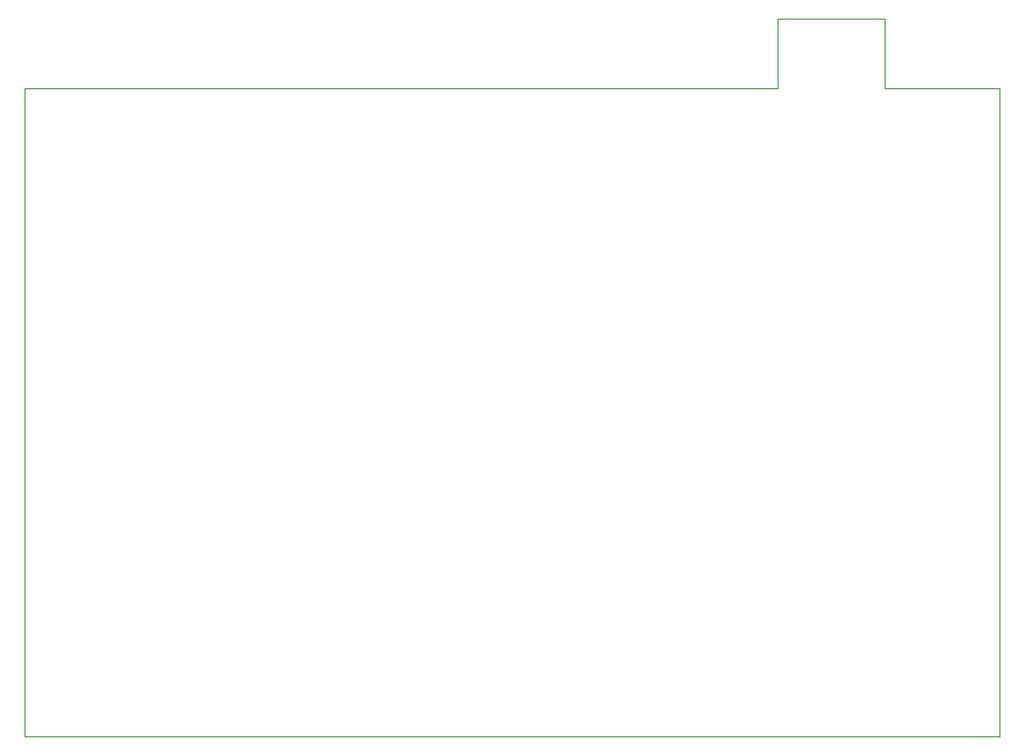
<source format=gm1>
G04 #@! TF.FileFunction,Profile,NP*
%FSLAX46Y46*%
G04 Gerber Fmt 4.6, Leading zero omitted, Abs format (unit mm)*
G04 Created by KiCad (PCBNEW 4.0.1-stable) date 2016-12-19 1:07:11 AM*
%MOMM*%
G01*
G04 APERTURE LIST*
%ADD10C,0.150000*%
%ADD11C,0.100000*%
G04 APERTURE END LIST*
D10*
D11*
X98120000Y-27000000D02*
X108000000Y-27000000D01*
X24000000Y-27000000D02*
X88880000Y-27000000D01*
X98120000Y-21000000D02*
X98120000Y-27000000D01*
X88880000Y-21000000D02*
X98120000Y-21000000D01*
X88880000Y-27000000D02*
X88880000Y-21000000D01*
X108000000Y-27000000D02*
X108000000Y-83000000D01*
X24000000Y-83000000D02*
X24000000Y-27000000D01*
X24000000Y-83000000D02*
X108000000Y-83000000D01*
M02*

</source>
